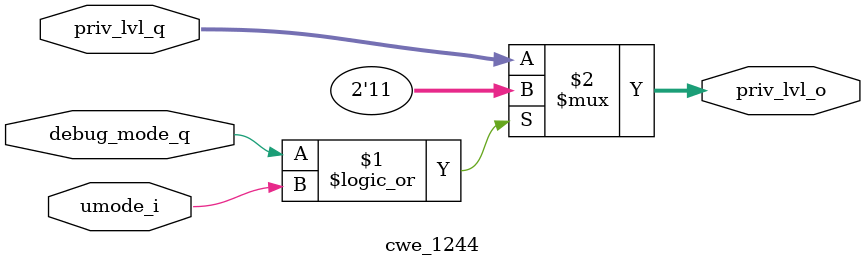
<source format=sv>
    


module cwe_1244 (
    input logic 	debug_mode_q,
    input logic [1:0]	priv_lvl_q, 
    input logic 	umode_i,
    output logic [1:0] 	priv_lvl_o
);
    
    localparam logic [1:0] PRIV_LVL_M = 2'b11;

    // in debug mode we execute with privilege level M
    assign priv_lvl_o = (debug_mode_q || umode_i) ? PRIV_LVL_M : priv_lvl_q;

endmodule

</source>
